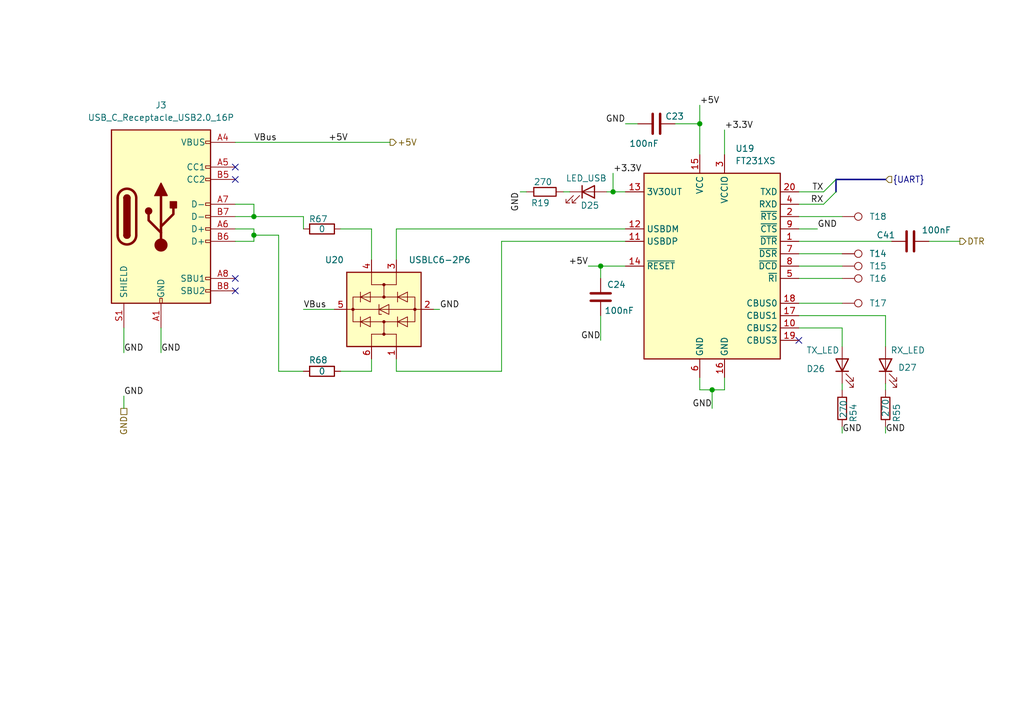
<source format=kicad_sch>
(kicad_sch (version 20231120) (generator "eeschema") (generator_version "8.0")
  (paper "A5")
  (title_block (title "Programming connector") (date "2024-04-17") (rev "1.0"))
  (lib_symbols
    (symbol "Connector:TestPoint" (pin_numbers hide) (pin_names (offset 0.762) hide)
      (property "Reference" "TP" (at 0 6.858 0))
      (property "Value" "TestPoint" (at 0 5.08 0))
      (symbol "TestPoint_0_1"
        (circle (center 0 3.302) (radius 0.762))
      )
      (symbol "TestPoint_1_1"
        (pin passive line (at 0 0 90) (length 2.54) (name "1") (number "1"))
      )
    )
    (symbol "Connector:USB_C_Receptacle_USB2.0_16P" (pin_names (offset 1.016))
      (property "Reference" "J" (at 0 22.225 0))
      (property "Value" "USB_C_Receptacle_USB2.0_16P" (at 0 19.685 0))
      (symbol "USB_C_Receptacle_USB2.0_16P_0_0"
        (rectangle (start -0.254 -17.78) (end 0.254 -16.764))
        (rectangle (start 10.16 -14.986) (end 9.144 -15.494))
        (rectangle (start 10.16 -12.446) (end 9.144 -12.954))
        (rectangle (start 10.16 -4.826) (end 9.144 -5.334))
        (rectangle (start 10.16 -2.286) (end 9.144 -2.794))
        (rectangle (start 10.16 0.254) (end 9.144 -0.254))
        (rectangle (start 10.16 2.794) (end 9.144 2.286))
        (rectangle (start 10.16 7.874) (end 9.144 7.366))
        (rectangle (start 10.16 10.414) (end 9.144 9.906))
        (rectangle (start 10.16 15.494) (end 9.144 14.986))
      )
      (symbol "USB_C_Receptacle_USB2.0_16P_0_1"
        (rectangle (start -10.16 17.78) (end 10.16 -17.78) (stroke (width 0.254)) (fill (type background)))
        (arc (start -8.89 -3.81) (mid -6.985 -5.7067) (end -5.08 -3.81) (stroke (width 0.508)))
        (arc (start -7.62 -3.81) (mid -6.985 -4.4423) (end -6.35 -3.81) (stroke (width 0.254)))
        (arc (start -7.62 -3.81) (mid -6.985 -4.4423) (end -6.35 -3.81) (stroke (width 0.254)) (fill (type outline)))
        (rectangle (start -7.62 -3.81) (end -6.35 3.81) (stroke (width 0.254)) (fill (type outline)))
        (arc (start -6.35 3.81) (mid -6.985 4.4423) (end -7.62 3.81) (stroke (width 0.254)))
        (arc (start -6.35 3.81) (mid -6.985 4.4423) (end -7.62 3.81) (stroke (width 0.254)) (fill (type outline)))
        (arc (start -5.08 3.81) (mid -6.985 5.7067) (end -8.89 3.81) (stroke (width 0.508)))
        (circle (center -2.54 1.143) (radius 0.635) (stroke (width 0.254)) (fill (type outline)))
        (circle (center 0 -5.842) (radius 1.27) (fill (type outline)))
        (polyline (pts (xy -8.89 -3.81) (xy -8.89 3.81)) (stroke (width 0.508)))
        (polyline (pts (xy -5.08 3.81) (xy -5.08 -3.81)) (stroke (width 0.508)))
        (polyline (pts (xy 0 -5.842) (xy 0 4.318)) (stroke (width 0.508)))
        (polyline (pts (xy 0 -3.302) (xy -2.54 -0.762) (xy -2.54 0.508)) (stroke (width 0.508)))
        (polyline (pts (xy 0 -2.032) (xy 2.54 0.508) (xy 2.54 1.778)) (stroke (width 0.508)))
        (polyline (pts (xy -1.27 4.318) (xy 0 6.858) (xy 1.27 4.318) (xy -1.27 4.318)) (stroke (width 0.254)) (fill (type outline)))
        (rectangle (start 1.905 1.778) (end 3.175 3.048) (stroke (width 0.254)) (fill (type outline)))
      )
      (symbol "USB_C_Receptacle_USB2.0_16P_1_1"
        (pin passive line (at 0 -22.86 90) (length 5.08) (name "GND") (number "A1"))
        (pin passive line (at 0 -22.86 90) (length 5.08) hide (name "GND") (number "A12"))
        (pin passive line (at 15.24 15.24 180) (length 5.08) (name "VBUS") (number "A4"))
        (pin bidirectional line (at 15.24 10.16 180) (length 5.08) (name "CC1") (number "A5"))
        (pin bidirectional line (at 15.24 -2.54 180) (length 5.08) (name "D+") (number "A6"))
        (pin bidirectional line (at 15.24 2.54 180) (length 5.08) (name "D-") (number "A7"))
        (pin bidirectional line (at 15.24 -12.7 180) (length 5.08) (name "SBU1") (number "A8"))
        (pin passive line (at 15.24 15.24 180) (length 5.08) hide (name "VBUS") (number "A9"))
        (pin passive line (at 0 -22.86 90) (length 5.08) hide (name "GND") (number "B1"))
        (pin passive line (at 0 -22.86 90) (length 5.08) hide (name "GND") (number "B12"))
        (pin passive line (at 15.24 15.24 180) (length 5.08) hide (name "VBUS") (number "B4"))
        (pin bidirectional line (at 15.24 7.62 180) (length 5.08) (name "CC2") (number "B5"))
        (pin bidirectional line (at 15.24 -5.08 180) (length 5.08) (name "D+") (number "B6"))
        (pin bidirectional line (at 15.24 0 180) (length 5.08) (name "D-") (number "B7"))
        (pin bidirectional line (at 15.24 -15.24 180) (length 5.08) (name "SBU2") (number "B8"))
        (pin passive line (at 15.24 15.24 180) (length 5.08) hide (name "VBUS") (number "B9"))
        (pin passive line (at -7.62 -22.86 90) (length 5.08) (name "SHIELD") (number "S1"))
      )
    )
    (symbol "Device:C" (pin_numbers hide) (pin_names (offset 0.254))
      (property "Reference" "C" (at 0.635 2.54 0))
      (property "Value" "C" (at 0.635 -2.54 0))
      (symbol "C_0_1"
        (polyline (pts (xy -2.032 -0.762) (xy 2.032 -0.762)) (stroke (width 0.508)))
        (polyline (pts (xy -2.032 0.762) (xy 2.032 0.762)) (stroke (width 0.508)))
      )
      (symbol "C_1_1"
        (pin passive line (at 0 3.81 270) (length 2.794) (name "~") (number "1"))
        (pin passive line (at 0 -3.81 90) (length 2.794) (name "~") (number "2"))
      )
    )
    (symbol "Device:LED" (pin_numbers hide) (pin_names (offset 1.016) hide)
      (property "Reference" "D" (at 0 2.54 0))
      (property "Value" "LED" (at 0 -2.54 0))
      (symbol "LED_0_1"
        (polyline (pts (xy -1.27 -1.27) (xy -1.27 1.27)) (stroke (width 0.254)))
        (polyline (pts (xy -1.27 0) (xy 1.27 0)))
        (polyline (pts (xy 1.27 -1.27) (xy 1.27 1.27) (xy -1.27 0) (xy 1.27 -1.27)) (stroke (width 0.254)))
        (polyline (pts (xy -3.048 -0.762) (xy -4.572 -2.286) (xy -3.81 -2.286) (xy -4.572 -2.286) (xy -4.572 -1.524)))
        (polyline (pts (xy -1.778 -0.762) (xy -3.302 -2.286) (xy -2.54 -2.286) (xy -3.302 -2.286) (xy -3.302 -1.524)))
      )
      (symbol "LED_1_1"
        (pin passive line (at -3.81 0 0) (length 2.54) (name "K") (number "1"))
        (pin passive line (at 3.81 0 180) (length 2.54) (name "A") (number "2"))
      )
    )
    (symbol "Device:R" (pin_numbers hide) (pin_names (offset 0))
      (property "Reference" "R" (at 2.032 0 90))
      (property "Value" "R" (at 0 0 90))
      (symbol "R_0_1"
        (rectangle (start -1.016 -2.54) (end 1.016 2.54) (stroke (width 0.254)))
      )
      (symbol "R_1_1"
        (pin passive line (at 0 3.81 270) (length 1.27) (name "~") (number "1"))
        (pin passive line (at 0 -3.81 90) (length 1.27) (name "~") (number "2"))
      )
    )
    (symbol "Interface_USB:FT231XS"
      (property "Reference" "U" (at -13.97 20.32 0))
      (property "Value" "FT231XS" (at 7.62 20.32 0))
      (symbol "FT231XS_0_1"
        (rectangle (start -13.97 19.05) (end 13.97 -19.05) (stroke (width 0.254)) (fill (type background)))
      )
      (symbol "FT231XS_1_1"
        (pin output line (at 17.78 5.08 180) (length 3.81) (name "~{DTR}") (number "1"))
        (pin bidirectional line (at 17.78 -12.7 180) (length 3.81) (name "CBUS2") (number "10"))
        (pin bidirectional line (at -17.78 5.08 0) (length 3.81) (name "USBDP") (number "11"))
        (pin bidirectional line (at -17.78 7.62 0) (length 3.81) (name "USBDM") (number "12"))
        (pin power_out line (at -17.78 15.24 0) (length 3.81) (name "3V3OUT") (number "13"))
        (pin input line (at -17.78 0 0) (length 3.81) (name "~{RESET}") (number "14"))
        (pin power_in line (at -2.54 22.86 270) (length 3.81) (name "VCC") (number "15"))
        (pin power_in line (at 2.54 -22.86 90) (length 3.81) (name "GND") (number "16"))
        (pin bidirectional line (at 17.78 -10.16 180) (length 3.81) (name "CBUS1") (number "17"))
        (pin bidirectional line (at 17.78 -7.62 180) (length 3.81) (name "CBUS0") (number "18"))
        (pin bidirectional line (at 17.78 -15.24 180) (length 3.81) (name "CBUS3") (number "19"))
        (pin output line (at 17.78 10.16 180) (length 3.81) (name "~{RTS}") (number "2"))
        (pin output line (at 17.78 15.24 180) (length 3.81) (name "TXD") (number "20"))
        (pin power_in line (at 2.54 22.86 270) (length 3.81) (name "VCCIO") (number "3"))
        (pin input line (at 17.78 12.7 180) (length 3.81) (name "RXD") (number "4"))
        (pin input line (at 17.78 -2.54 180) (length 3.81) (name "~{RI}") (number "5"))
        (pin power_in line (at -2.54 -22.86 90) (length 3.81) (name "GND") (number "6"))
        (pin input line (at 17.78 2.54 180) (length 3.81) (name "~{DSR}") (number "7"))
        (pin input line (at 17.78 0 180) (length 3.81) (name "~{DCD}") (number "8"))
        (pin input line (at 17.78 7.62 180) (length 3.81) (name "~{CTS}") (number "9"))
      )
    )
    (symbol "PCM_SL_Devices:Resistor_0.5W"
      (property "Reference" "R" (at 0 5.08 0))
      (property "Value" "Resistor_0.5W" (at 0 2.54 0))
      (symbol "Resistor_0.5W_0_1"
        (rectangle (start -2.286 0.889) (end 2.286 -0.889) (stroke (width 0.24)))
      )
      (symbol "Resistor_0.5W_1_1"
        (pin passive line (at -3.81 0 0) (length 1.5) (name "") (number "1"))
        (pin passive line (at 3.81 0 180) (length 1.5) (name "~") (number "2"))
      )
    )
    (symbol "Power_Protection:USBLC6-2P6" (pin_names hide)
      (property "Reference" "U" (at 2.54 8.89 0))
      (property "Value" "USBLC6-2P6" (at 2.54 -8.89 0))
      (symbol "USBLC6-2P6_0_1"
        (rectangle (start -7.62 -7.62) (end 7.62 7.62) (stroke (width 0.254)) (fill (type background)))
        (circle (center -5.08 0) (radius 0.254) (fill (type outline)))
        (circle (center -2.54 0) (radius 0.254) (fill (type outline)))
        (rectangle (start -2.54 6.35) (end 2.54 -6.35))
        (circle (center 0 -6.35) (radius 0.254) (fill (type outline)))
        (polyline (pts (xy -5.08 -2.54) (xy -7.62 -2.54)))
        (polyline (pts (xy -5.08 0) (xy -5.08 -2.54)))
        (polyline (pts (xy -5.08 2.54) (xy -7.62 2.54)))
        (polyline (pts (xy -1.524 -2.794) (xy -3.556 -2.794)))
        (polyline (pts (xy -1.524 4.826) (xy -3.556 4.826)))
        (polyline (pts (xy 0 -7.62) (xy 0 -6.35)))
        (polyline (pts (xy 0 -6.35) (xy 0 1.27)))
        (polyline (pts (xy 0 1.27) (xy 0 6.35)))
        (polyline (pts (xy 0 6.35) (xy 0 7.62)))
        (polyline (pts (xy 1.524 -2.794) (xy 3.556 -2.794)))
        (polyline (pts (xy 1.524 4.826) (xy 3.556 4.826)))
        (polyline (pts (xy 5.08 -2.54) (xy 7.62 -2.54)))
        (polyline (pts (xy 5.08 0) (xy 5.08 -2.54)))
        (polyline (pts (xy 5.08 2.54) (xy 7.62 2.54)))
        (polyline (pts (xy -2.54 0) (xy -5.08 0) (xy -5.08 2.54)))
        (polyline (pts (xy 2.54 0) (xy 5.08 0) (xy 5.08 2.54)))
        (polyline (pts (xy -3.556 -4.826) (xy -1.524 -4.826) (xy -2.54 -2.794) (xy -3.556 -4.826)))
        (polyline (pts (xy -3.556 2.794) (xy -1.524 2.794) (xy -2.54 4.826) (xy -3.556 2.794)))
        (polyline (pts (xy -1.016 -1.016) (xy 1.016 -1.016) (xy 0 1.016) (xy -1.016 -1.016)))
        (polyline (pts (xy 1.016 1.016) (xy 0.762 1.016) (xy -1.016 1.016) (xy -1.016 0.508)))
        (polyline (pts (xy 3.556 -4.826) (xy 1.524 -4.826) (xy 2.54 -2.794) (xy 3.556 -4.826)))
        (polyline (pts (xy 3.556 2.794) (xy 1.524 2.794) (xy 2.54 4.826) (xy 3.556 2.794)))
        (circle (center 0 6.35) (radius 0.254) (fill (type outline)))
        (circle (center 2.54 0) (radius 0.254) (fill (type outline)))
        (circle (center 5.08 0) (radius 0.254) (fill (type outline)))
      )
      (symbol "USBLC6-2P6_1_1"
        (pin passive line (at -10.16 -2.54 0) (length 2.54) (name "I/O1") (number "1"))
        (pin passive line (at 0 -10.16 90) (length 2.54) (name "GND") (number "2"))
        (pin passive line (at 10.16 -2.54 180) (length 2.54) (name "I/O2") (number "3"))
        (pin passive line (at 10.16 2.54 180) (length 2.54) (name "I/O2") (number "4"))
        (pin passive line (at 0 10.16 270) (length 2.54) (name "VBUS") (number "5"))
        (pin passive line (at -10.16 2.54 0) (length 2.54) (name "I/O1") (number "6"))
      )
    )
  )
  (junction (at 52.07 48.26))
  (junction (at 146.05 80.01))
  (junction (at 143.51 25.4))
  (junction (at 123.19 54.61))
  (junction (at 52.07 44.45))
  (junction (at 125.73 39.37))
  (no_connect (at 48.26 34.29))
  (no_connect (at 163.83 69.85))
  (no_connect (at 48.26 57.15))
  (no_connect (at 48.26 59.69))
  (no_connect (at 48.26 36.83))
  (bus_entry (at 171.45 39.37) (size -2.54 2.54))
  (bus_entry (at 171.45 36.83) (size -2.54 2.54))
  (wire (pts (xy 163.83 67.31) (xy 172.72 67.31)))
  (wire (pts (xy 128.27 25.4) (xy 130.81 25.4)))
  (wire (pts (xy 146.05 80.01) (xy 146.05 83.82)))
  (bus (pts (xy 181.61 36.83) (xy 171.45 36.83)))
  (wire (pts (xy 125.73 35.56) (xy 125.73 39.37)))
  (wire (pts (xy 52.07 44.45) (xy 62.23 44.45)))
  (wire (pts (xy 163.83 39.37) (xy 168.91 39.37)))
  (wire (pts (xy 181.61 87.63) (xy 181.61 88.9)))
  (wire (pts (xy 57.15 48.26) (xy 52.07 48.26)))
  (wire (pts (xy 76.2 76.2) (xy 76.2 73.66)))
  (wire (pts (xy 48.26 49.53) (xy 52.07 49.53)))
  (wire (pts (xy 102.87 49.53) (xy 128.27 49.53)))
  (wire (pts (xy 143.51 25.4) (xy 143.51 31.75)))
  (wire (pts (xy 148.59 26.67) (xy 148.59 31.75)))
  (wire (pts (xy 163.83 62.23) (xy 172.72 62.23)))
  (wire (pts (xy 76.2 46.99) (xy 76.2 53.34)))
  (wire (pts (xy 102.87 49.53) (xy 102.87 76.2)))
  (wire (pts (xy 69.85 76.2) (xy 76.2 76.2)))
  (wire (pts (xy 52.07 48.26) (xy 52.07 46.99)))
  (wire (pts (xy 69.85 46.99) (xy 76.2 46.99)))
  (wire (pts (xy 52.07 41.91) (xy 52.07 44.45)))
  (bus (pts (xy 171.45 39.37) (xy 171.45 36.83)))
  (wire (pts (xy 163.83 52.07) (xy 172.72 52.07)))
  (wire (pts (xy 143.51 77.47) (xy 143.51 80.01)))
  (wire (pts (xy 163.83 54.61) (xy 172.72 54.61)))
  (wire (pts (xy 48.26 46.99) (xy 52.07 46.99)))
  (wire (pts (xy 62.23 63.5) (xy 68.58 63.5)))
  (wire (pts (xy 116.84 39.37) (xy 115.57 39.37)))
  (wire (pts (xy 52.07 49.53) (xy 52.07 48.26)))
  (wire (pts (xy 163.83 41.91) (xy 168.91 41.91)))
  (wire (pts (xy 143.51 25.4) (xy 143.51 21.59)))
  (wire (pts (xy 48.26 29.21) (xy 80.01 29.21)))
  (wire (pts (xy 123.19 54.61) (xy 123.19 57.15)))
  (wire (pts (xy 25.4 67.31) (xy 25.4 72.39)))
  (wire (pts (xy 190.5 49.53) (xy 196.85 49.53)))
  (wire (pts (xy 81.28 73.66) (xy 81.28 76.2)))
  (wire (pts (xy 143.51 80.01) (xy 146.05 80.01)))
  (wire (pts (xy 128.27 39.37) (xy 125.73 39.37)))
  (wire (pts (xy 88.9 63.5) (xy 90.17 63.5)))
  (wire (pts (xy 125.73 39.37) (xy 124.46 39.37)))
  (wire (pts (xy 163.83 64.77) (xy 181.61 64.77)))
  (wire (pts (xy 163.83 49.53) (xy 182.88 49.53)))
  (wire (pts (xy 123.19 64.77) (xy 123.19 69.85)))
  (wire (pts (xy 48.26 41.91) (xy 52.07 41.91)))
  (wire (pts (xy 163.83 44.45) (xy 172.72 44.45)))
  (wire (pts (xy 123.19 54.61) (xy 128.27 54.61)))
  (wire (pts (xy 81.28 46.99) (xy 128.27 46.99)))
  (wire (pts (xy 148.59 77.47) (xy 148.59 80.01)))
  (wire (pts (xy 107.95 39.37) (xy 106.68 39.37)))
  (wire (pts (xy 163.83 46.99) (xy 167.64 46.99)))
  (wire (pts (xy 181.61 78.74) (xy 181.61 80.01)))
  (wire (pts (xy 62.23 46.99) (xy 62.23 44.45)))
  (wire (pts (xy 81.28 53.34) (xy 81.28 46.99)))
  (wire (pts (xy 57.15 76.2) (xy 62.23 76.2)))
  (wire (pts (xy 57.15 76.2) (xy 57.15 48.26)))
  (wire (pts (xy 172.72 67.31) (xy 172.72 71.12)))
  (wire (pts (xy 181.61 64.77) (xy 181.61 71.12)))
  (wire (pts (xy 48.26 44.45) (xy 52.07 44.45)))
  (wire (pts (xy 33.02 67.31) (xy 33.02 72.39)))
  (wire (pts (xy 163.83 57.15) (xy 172.72 57.15)))
  (wire (pts (xy 120.65 54.61) (xy 123.19 54.61)))
  (wire (pts (xy 172.72 87.63) (xy 172.72 88.9)))
  (wire (pts (xy 25.4 81.28) (xy 25.4 83.82)))
  (wire (pts (xy 148.59 80.01) (xy 146.05 80.01)))
  (wire (pts (xy 138.43 25.4) (xy 143.51 25.4)))
  (wire (pts (xy 81.28 76.2) (xy 102.87 76.2)))
  (wire (pts (xy 172.72 78.74) (xy 172.72 80.01)))
  (label "+5V" (at 67.31 29.21 0))
  (label "GND" (at 25.4 72.39 0))
  (label "VBus" (at 62.23 63.5 0))
  (label "GND" (at 181.61 88.9 0))
  (label "GND" (at 106.68 39.37 270))
  (label "GND" (at 90.17 63.5 0))
  (label "+5V" (at 120.65 54.61 180))
  (label "GND" (at 33.02 72.39 0))
  (label "GND" (at 123.19 69.85 180))
  (label "RX" (at 168.91 41.91 180))
  (label "GND" (at 167.64 46.99 0))
  (label "VBus" (at 52.07 29.21 0))
  (label "+3.3V" (at 148.59 26.67 0))
  (label "+5V" (at 143.51 21.59 0))
  (label "GND" (at 172.72 88.9 0))
  (label "GND" (at 25.4 81.28 0))
  (label "TX" (at 168.91 39.37 180))
  (label "GND" (at 146.05 83.82 180))
  (label "GND" (at 128.27 25.4 180))
  (label "+3.3V" (at 125.73 35.56 0))
  (hierarchical_label "+5V" (shape output) (at 80.01 29.21 0))
  (hierarchical_label "DTR" (shape output) (at 196.85 49.53 0))
  (hierarchical_label "{UART}" (shape input) (at 181.61 36.83 0))
  (hierarchical_label "GND" (shape passive) (at 25.4 83.82 270))
  (symbol (lib_id "PCM_SL_Devices:Resistor_0.5W") (at 172.72 83.82 270) (unit 1)
    (property "Reference" "R54" (at 175.006 82.804 0) (effects (justify left)))
    (property "Value" "270" (at 172.974 82.042 0) (effects (justify left)))
    (property "Footprint" "Resistor_SMD:R_0603_1608Metric" (effects (hide yes)))
  )
  (symbol (lib_id "Connector:TestPoint") (at 172.72 44.45 270) (unit 1)
    (property "Reference" "T18" (at 180.086 44.45 90))
    (property "Value" "TP" (effects (hide yes)))
    (property "Footprint" "TestPoint:TestPoint_Pad_D1.0mm" (effects (hide yes)))
    (property "Description" "test point" (effects (hide yes)))
  )
  (symbol (lib_id "Device:LED") (at 181.61 74.93 90) (unit 1)
    (property "Reference" "D27" (at 184.15 75.438 90) (effects (justify right)))
    (property "Value" "RX_LED" (at 182.626 71.882 90) (effects (justify right)))
    (property "Footprint" "LED_SMD:LED_0603_1608Metric" (effects (hide yes)))
  )
  (symbol (lib_id "Connector:USB_C_Receptacle_USB2.0_16P") (at 33.02 44.45 0) (unit 1)
    (property "Reference" "J3" (at 33.02 21.59 0))
    (property "Value" "USB_C_Receptacle_USB2.0_16P" (at 33.02 24.13 0))
    (property "Footprint" "Connector_USB:USB_C_Receptacle_GCT_USB4085" (effects (hide yes)))
    (property "Datasheet" "https://www.usb.org/sites/default/files/documents/usb_type-c.zip" (effects (hide yes)))
    (property "Description" "USB 2.0-only 16P Type-C Receptacle connector" (effects (hide yes)))
  )
  (symbol (lib_id "Device:R") (at 66.04 46.99 90) (unit 1)
    (property "Reference" "R67" (at 65.278 44.958 90))
    (property "Value" "0" (at 66.04 46.99 90))
    (property "Footprint" "Resistor_SMD:R_0603_1608Metric" (effects (hide yes)))
  )
  (symbol (lib_id "Connector:TestPoint") (at 172.72 52.07 270) (unit 1)
    (property "Reference" "T14" (at 180.086 52.07 90))
    (property "Value" "TP" (effects (hide yes)))
    (property "Footprint" "TestPoint:TestPoint_Pad_D1.0mm" (effects (hide yes)))
    (property "Description" "test point" (effects (hide yes)))
  )
  (symbol (lib_id "Device:C") (at 134.62 25.4 270) (unit 1)
    (property "Reference" "C23" (at 136.398 23.876 90) (effects (justify left)))
    (property "Value" "100nF" (at 129.032 29.464 90) (effects (justify left)))
    (property "Footprint" "Capacitor_SMD:C_0603_1608Metric" (effects (hide yes)))
  )
  (symbol (lib_id "PCM_SL_Devices:Resistor_0.5W") (at 181.61 83.82 270) (unit 1)
    (property "Reference" "R55" (at 183.896 82.804 0) (effects (justify left)))
    (property "Value" "270" (at 181.61 81.788 0) (effects (justify left)))
    (property "Footprint" "Resistor_SMD:R_0603_1608Metric" (effects (hide yes)))
  )
  (symbol (lib_id "Device:C") (at 123.19 60.96 0) (unit 1)
    (property "Reference" "C24" (at 124.46 58.42 0) (effects (justify left)))
    (property "Value" "100nF" (at 123.952 63.754 0) (effects (justify left)))
    (property "Footprint" "Capacitor_SMD:C_0603_1608Metric" (effects (hide yes)))
  )
  (symbol (lib_id "Device:C") (at 186.69 49.53 90) (unit 1)
    (property "Reference" "C41" (at 183.642 48.26 90) (effects (justify left)))
    (property "Value" "100nF" (at 195.072 47.244 90) (effects (justify left)))
    (property "Footprint" "Capacitor_SMD:C_0603_1608Metric" (effects (hide yes)))
  )
  (symbol (lib_id "Connector:TestPoint") (at 172.72 54.61 270) (unit 1)
    (property "Reference" "T15" (at 180.086 54.61 90))
    (property "Value" "TP" (effects (hide yes)))
    (property "Footprint" "TestPoint:TestPoint_Pad_D1.0mm" (effects (hide yes)))
    (property "Description" "test point" (effects (hide yes)))
  )
  (symbol (lib_id "Device:LED") (at 172.72 74.93 90) (unit 1)
    (property "Reference" "D26" (at 165.354 75.692 90) (effects (justify right)))
    (property "Value" "TX_LED" (at 165.354 71.882 90) (effects (justify right)))
    (property "Footprint" "LED_SMD:LED_0603_1608Metric" (effects (hide yes)))
  )
  (symbol (lib_id "Interface_USB:FT231XS") (at 146.05 54.61 0) (unit 1)
    (property "Reference" "U19" (at 150.7841 30.48 0) (effects (justify left)))
    (property "Value" "FT231XS" (at 150.7841 33.02 0) (effects (justify left)))
    (property "Footprint" "Package_SO:SSOP-20_3.9x8.7mm_P0.635mm" (effects (hide yes)))
    (property "Datasheet" "https://www.ftdichip.com/Support/Documents/DataSheets/ICs/DS_FT231X.pdf" (effects (hide yes)))
    (property "Description" "Full Speed USB to Full Handshake UART, SSOP-20" (effects (hide yes)))
  )
  (symbol (lib_id "PCM_SL_Devices:Resistor_0.5W") (at 111.76 39.37 180) (unit 1)
    (property "Reference" "R19" (at 112.776 41.656 0) (effects (justify left)))
    (property "Value" "270" (at 113.284 37.338 0) (effects (justify left)))
    (property "Footprint" "Resistor_SMD:R_0603_1608Metric" (effects (hide yes)))
  )
  (symbol (lib_id "Connector:TestPoint") (at 172.72 62.23 270) (unit 1)
    (property "Reference" "T17" (at 180.086 62.23 90))
    (property "Value" "TP" (effects (hide yes)))
    (property "Footprint" "TestPoint:TestPoint_Pad_D1.0mm" (effects (hide yes)))
    (property "Description" "test point" (effects (hide yes)))
  )
  (symbol (lib_id "Device:R") (at 66.04 76.2 90) (unit 1)
    (property "Reference" "R68" (at 65.278 73.914 90))
    (property "Value" "0" (at 66.04 76.2 90))
    (property "Footprint" "Resistor_SMD:R_0603_1608Metric" (effects (hide yes)))
  )
  (symbol (lib_id "Power_Protection:USBLC6-2P6") (at 78.74 63.5 90) (unit 1)
    (property "Reference" "U20" (at 68.58 53.34 90))
    (property "Value" "USBLC6-2P6" (at 90.17 53.34 90))
    (property "Footprint" "Package_TO_SOT_SMD:SOT-666" (effects (hide yes)))
    (property "Datasheet" "https://www.st.com/resource/en/datasheet/usblc6-2.pdf" (effects (hide yes)))
  )
  (symbol (lib_id "Connector:TestPoint") (at 172.72 57.15 270) (unit 1)
    (property "Reference" "T16" (at 180.086 57.15 90))
    (property "Value" "TP" (effects (hide yes)))
    (property "Footprint" "TestPoint:TestPoint_Pad_D1.0mm" (effects (hide yes)))
    (property "Description" "test point" (effects (hide yes)))
  )
  (symbol (lib_id "Device:LED") (at 120.65 39.37 0) (unit 1)
    (property "Reference" "D25" (at 122.936 42.164 0) (effects (justify right)))
    (property "Value" "LED_USB" (at 124.46 36.576 0) (effects (justify right)))
    (property "Footprint" "LED_SMD:LED_0603_1608Metric" (effects (hide yes)))
  )
)
</source>
